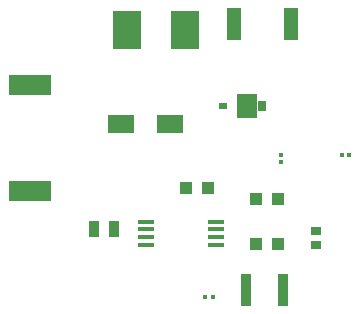
<source format=gbr>
%TF.GenerationSoftware,KiCad,Pcbnew,(6.0.10)*%
%TF.CreationDate,2023-02-10T16:59:39+05:30*%
%TF.ProjectId,MpptDemoBoard,4d707074-4465-46d6-9f42-6f6172642e6b,rev?*%
%TF.SameCoordinates,Original*%
%TF.FileFunction,Paste,Top*%
%TF.FilePolarity,Positive*%
%FSLAX46Y46*%
G04 Gerber Fmt 4.6, Leading zero omitted, Abs format (unit mm)*
G04 Created by KiCad (PCBNEW (6.0.10)) date 2023-02-10 16:59:39*
%MOMM*%
%LPD*%
G01*
G04 APERTURE LIST*
%ADD10R,2.200000X1.550000*%
%ADD11R,3.606800X1.803400*%
%ADD12R,1.200000X2.800000*%
%ADD13R,0.750000X0.850000*%
%ADD14R,0.700000X0.550000*%
%ADD15R,1.800000X2.040000*%
%ADD16R,2.450000X3.300000*%
%ADD17R,1.475000X0.450000*%
%ADD18R,1.050000X1.050000*%
%ADD19R,0.300000X0.300000*%
%ADD20R,0.820000X2.720000*%
%ADD21R,0.900000X0.650000*%
%ADD22R,0.910000X1.390000*%
G04 APERTURE END LIST*
D10*
%TO.C,D1*%
X118625400Y-112801400D03*
X122725400Y-112801400D03*
%TD*%
D11*
%TO.C,L1*%
X110890250Y-118516600D03*
X110890250Y-109525000D03*
%TD*%
D12*
%TO.C,R4*%
X128181400Y-104317800D03*
X132981400Y-104317800D03*
%TD*%
D13*
%TO.C,Z1*%
X130580400Y-111277400D03*
D14*
X127255400Y-111277400D03*
D15*
X129305400Y-111277400D03*
%TD*%
D16*
%TO.C,R5*%
X119139800Y-104876600D03*
X124039800Y-104876600D03*
%TD*%
D17*
%TO.C,IC1*%
X126610600Y-121072000D03*
X126610600Y-121722000D03*
X126610600Y-122372000D03*
X126610600Y-123022000D03*
X120734600Y-123022000D03*
X120734600Y-122372000D03*
X120734600Y-121722000D03*
X120734600Y-121072000D03*
%TD*%
D18*
%TO.C,C5*%
X130037400Y-122961400D03*
X131887400Y-122961400D03*
%TD*%
%TO.C,C4*%
X130012000Y-119151400D03*
X131862000Y-119151400D03*
%TD*%
D19*
%TO.C,R1*%
X137338600Y-115443000D03*
X137938600Y-115443000D03*
%TD*%
D20*
%TO.C,C3*%
X129209200Y-126898400D03*
X132309200Y-126898400D03*
%TD*%
D19*
%TO.C,R2*%
X125756200Y-127457200D03*
X126356200Y-127457200D03*
%TD*%
D21*
%TO.C,R6*%
X135077200Y-123019200D03*
X135077200Y-121869200D03*
%TD*%
D19*
%TO.C,R3*%
X132156200Y-116022400D03*
X132156200Y-115422400D03*
%TD*%
D22*
%TO.C,C1*%
X117990200Y-121691400D03*
X116350200Y-121691400D03*
%TD*%
D18*
%TO.C,C2*%
X124104400Y-118186200D03*
X125954400Y-118186200D03*
%TD*%
M02*

</source>
